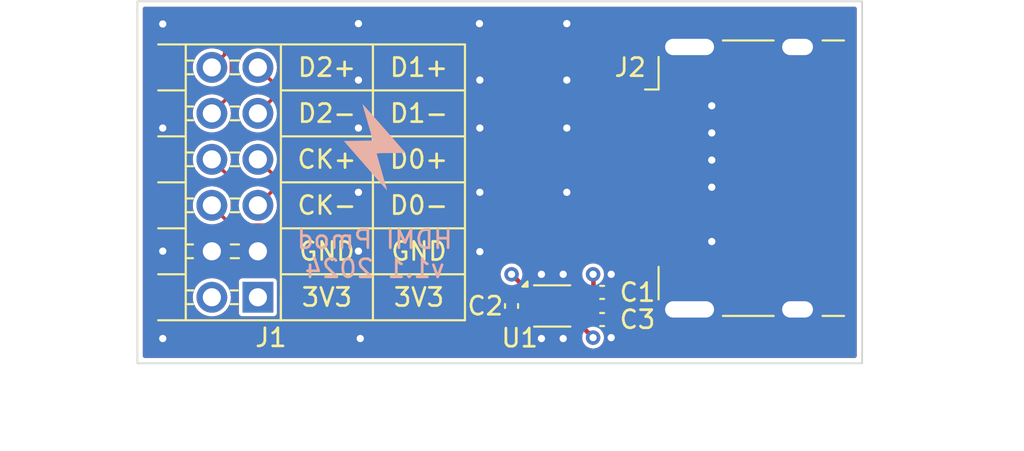
<source format=kicad_pcb>
(kicad_pcb (version 20240108) (generator "pcbnew") (generator_version "8.0")
  (title_block (title "HDMI Pmod") (date "2024-05-19") (rev "v1.1") (company "Spark Engineering"))
  (layers (0 "F.Cu" mixed) (1 "In1.Cu" power) (2 "In2.Cu" power) (31 "B.Cu" mixed) (34 "B.Paste" user) (35 "F.Paste" user) (36 "B.SilkS" user "B.Silkscreen") (37 "F.SilkS" user "F.Silkscreen") (38 "B.Mask" user) (39 "F.Mask" user) (44 "Edge.Cuts" user))
  (net 0 "")
  (net 1 "+3V3")
  (net 2 "GND")
  (net 3 "Net-(U1-C1+)")
  (net 4 "Net-(U1-C1-)")
  (net 5 "+5V")
  (net 6 "/D2+")
  (net 7 "/D2-")
  (net 8 "/D1+")
  (net 9 "/D1-")
  (net 10 "/D0+")
  (net 11 "/D0-")
  (net 12 "/CK+")
  (net 13 "/CK-")
  (footprint "Capacitor_SMD:C_0402_1005Metric" (layer "F.Cu") (at 172.95 96.48)
    (property "Reference" "C1" (at 1.95 0 0) (layer "F.SilkS"))
    (property "Value" "2.2µF")
    (fp_line (start -0.107836 -0.36) (end 0.107836 -0.36) (stroke (width 0.12)) (layer "F.SilkS"))
    (fp_line (start -0.107836 0.36) (end 0.107836 0.36) (stroke (width 0.12)) (layer "F.SilkS"))
    (pad "1" smd roundrect (at -0.48 0) (size 0.56 0.62) (layers "F.Cu" "F.Paste" "F.Mask") (net 1 "+3V3"))
    (pad "2" smd roundrect (at 0.48 0) (size 0.56 0.62) (layers "F.Cu" "F.Paste" "F.Mask") (net 2 "GND"))
  )
  (footprint "Package_SON:WSON-8-1EP_2x2mm_P0.5mm_EP0.9x1.6mm" (layer "F.Cu") (at 170.2 97.23)
    (property "Reference" "U1" (at -1.8 1.77 0) (layer "F.SilkS"))
    (property "Value" "LM2775DSG")
    (fp_line (start -1.01 -1.14) (end 0.99 -1.14) (stroke (width 0.12)) (layer "F.SilkS"))
    (fp_line (start -1 1.14) (end 1 1.14) (stroke (width 0.12)) (layer "F.SilkS"))
    (fp_poly (pts (xy -1.37 -1.07) (xy -1.65 -1.07) (xy -1.37 -1.35) (xy -1.37 -1.07)) (stroke (width 0.12)) (fill solid) (layer "F.SilkS"))
    (pad "1" smd roundrect (at -0.95 -0.75) (size 0.5 0.25) (layers "F.Cu" "F.Paste" "F.Mask") (net 1 "+3V3"))
    (pad "2" smd roundrect (at -0.95 -0.25) (size 0.5 0.25) (layers "F.Cu" "F.Paste" "F.Mask") (net 4 "Net-(U1-C1-)"))
    (pad "3" smd roundrect (at -0.95 0.25) (size 0.5 0.25) (layers "F.Cu" "F.Paste" "F.Mask") (net 3 "Net-(U1-C1+)"))
    (pad "4" smd roundrect (at -0.95 0.75) (size 0.5 0.25) (layers "F.Cu" "F.Paste" "F.Mask") (net 2 "GND"))
    (pad "5" smd roundrect (at 0.95 0.75) (size 0.5 0.25) (layers "F.Cu" "F.Paste" "F.Mask") (net 1 "+3V3"))
    (pad "6" smd roundrect (at 0.95 0.25) (size 0.5 0.25) (layers "F.Cu" "F.Paste" "F.Mask") (net 5 "+5V"))
    (pad "7" smd roundrect (at 0.95 -0.25) (size 0.5 0.25) (layers "F.Cu" "F.Paste" "F.Mask") (net 1 "+3V3"))
    (pad "8" smd roundrect (at 0.95 -0.75) (size 0.5 0.25) (layers "F.Cu" "F.Paste" "F.Mask") (net 2 "GND"))
    (pad "9" smd rect (at 0 0) (size 0.9 1.6) (layers "F.Cu" "F.Mask") (net 2 "GND"))
  )
  (footprint "hdmi-pmod:PinHeader_2x06_P2.54mm_Horizontal" (layer "F.Cu") (at 153.95 96.75 180)
    (property "Reference" "J1" (at -0.72 -2.23 180) (layer "F.SilkS"))
    (property "Value" "Conn_02x06_Odd_Even")
    (fp_line (start 5.5 -1.27) (end 3.98 -1.27) (stroke (width 0.12)) (layer "F.SilkS"))
    (fp_line (start 3.98 13.97) (end 5.5 13.97) (stroke (width 0.12)) (layer "F.SilkS"))
    (fp_line (start 3.98 11.43) (end 5.5 11.43) (stroke (width 0.12)) (layer "F.SilkS"))
    (fp_line (start 3.98 8.89) (end 5.5 8.89) (stroke (width 0.12)) (layer "F.SilkS"))
    (fp_line (start 3.98 6.35) (end 5.5 6.35) (stroke (width 0.12)) (layer "F.SilkS"))
    (fp_line (start 3.98 3.81) (end 5.5 3.81) (stroke (width 0.12)) (layer "F.SilkS"))
    (fp_line (start 3.98 1.27) (end 5.5 1.27) (stroke (width 0.12)) (layer "F.SilkS"))
    (fp_line (start 3.98 -1.27) (end 3.98 13.97) (stroke (width 0.12)) (layer "F.SilkS"))
    (fp_line (start 3.582929 13.08) (end 3.98 13.08) (stroke (width 0.12)) (layer "F.SilkS"))
    (fp_line (start 3.582929 12.32) (end 3.98 12.32) (stroke (width 0.12)) (layer "F.SilkS"))
    (fp_line (start 3.582929 10.54) (end 3.98 10.54) (stroke (width 0.12)) (layer "F.SilkS"))
    (fp_line (start 3.582929 9.78) (end 3.98 9.78) (stroke (width 0.12)) (layer "F.SilkS"))
    (fp_line (start 3.582929 8) (end 3.98 8) (stroke (width 0.12)) (layer "F.SilkS"))
    (fp_line (start 3.582929 7.24) (end 3.98 7.24) (stroke (width 0.12)) (layer "F.SilkS"))
    (fp_line (start 3.582929 5.46) (end 3.98 5.46) (stroke (width 0.12)) (layer "F.SilkS"))
    (fp_line (start 3.582929 4.7) (end 3.98 4.7) (stroke (width 0.12)) (layer "F.SilkS"))
    (fp_line (start 3.582929 2.92) (end 3.98 2.92) (stroke (width 0.12)) (layer "F.SilkS"))
    (fp_line (start 3.582929 2.16) (end 3.98 2.16) (stroke (width 0.12)) (layer "F.SilkS"))
    (fp_line (start 3.582929 0.38) (end 3.98 0.38) (stroke (width 0.12)) (layer "F.SilkS"))
    (fp_line (start 3.582929 -0.38) (end 3.98 -0.38) (stroke (width 0.12)) (layer "F.SilkS"))
    (fp_line (start 1.11 0.38) (end 1.497071 0.38) (stroke (width 0.12)) (layer "F.SilkS"))
    (fp_line (start 1.11 -0.38) (end 1.497071 -0.38) (stroke (width 0.12)) (layer "F.SilkS"))
    (fp_line (start 1.042929 13.08) (end 1.497071 13.08) (stroke (width 0.12)) (layer "F.SilkS"))
    (fp_line (start 1.042929 12.32) (end 1.497071 12.32) (stroke (width 0.12)) (layer "F.SilkS"))
    (fp_line (start 1.042929 10.54) (end 1.497071 10.54) (stroke (width 0.12)) (layer "F.SilkS"))
    (fp_line (start 1.042929 9.78) (end 1.497071 9.78) (stroke (width 0.12)) (layer "F.SilkS"))
    (fp_line (start 1.042929 8) (end 1.497071 8) (stroke (width 0.12)) (layer "F.SilkS"))
    (fp_line (start 1.042929 7.24) (end 1.497071 7.24) (stroke (width 0.12)) (layer "F.SilkS"))
    (fp_line (start 1.042929 5.46) (end 1.497071 5.46) (stroke (width 0.12)) (layer "F.SilkS"))
    (fp_line (start 1.042929 4.7) (end 1.497071 4.7) (stroke (width 0.12)) (layer "F.SilkS"))
    (fp_line (start 1.042929 2.92) (end 1.497071 2.92) (stroke (width 0.12)) (layer "F.SilkS"))
    (fp_line (start 1.042929 2.16) (end 1.497071 2.16) (stroke (width 0.12)) (layer "F.SilkS"))
    (fp_line (start -1.27 0) (end -1.27 -1.27) (stroke (width 0.12)) (layer "F.SilkS"))
    (pad "1" thru_hole rect (at 0 0 180) (size 1.7 1.7) (drill 1) (layers "*.Cu" "*.Mask") (net 1 "+3V3"))
    (pad "2" thru_hole oval (at 2.54 0 180) (size 1.7 1.7) (drill 1) (layers "*.Cu" "*.Mask") (net 1 "+3V3"))
    (pad "3" thru_hole oval (at 0 2.54 180) (size 1.7 1.7) (drill 1) (layers "*.Cu" "*.Mask") (net 2 "GND"))
    (pad "4" thru_hole oval (at 2.54 2.54 180) (size 1.7 1.7) (drill 1) (layers "*.Cu" "*.Mask") (net 2 "GND"))
    (pad "5" thru_hole oval (at 0 5.08 180) (size 1.7 1.7) (drill 1) (layers "*.Cu" "*.Mask") (net 11 "/D0-"))
    (pad "6" thru_hole oval (at 2.54 5.08 180) (size 1.7 1.7) (drill 1) (layers "*.Cu" "*.Mask") (net 13 "/CK-"))
    (pad "7" thru_hole oval (at 0 7.62 180) (size 1.7 1.7) (drill 1) (layers "*.Cu" "*.Mask") (net 10 "/D0+"))
    (pad "8" thru_hole oval (at 2.54 7.62 180) (size 1.7 1.7) (drill 1) (layers "*.Cu" "*.Mask") (net 12 "/CK+"))
    (pad "9" thru_hole oval (at 0 10.16 180) (size 1.7 1.7) (drill 1) (layers "*.Cu" "*.Mask") (net 9 "/D1-"))
    (pad "10" thru_hole oval (at 2.54 10.16 180) (size 1.7 1.7) (drill 1) (layers "*.Cu" "*.Mask") (net 7 "/D2-"))
    (pad "11" thru_hole oval (at 0 12.7 180) (size 1.7 1.7) (drill 1) (layers "*.Cu" "*.Mask") (net 8 "/D1+"))
    (pad "12" thru_hole oval (at 2.54 12.7 180) (size 1.7 1.7) (drill 1) (layers "*.Cu" "*.Mask") (net 6 "/D2+"))
  )
  (footprint "hdmi-pmod:HDMI_A_Molex_208658-1001_Horizontal" (layer "F.Cu") (at 180.3 90.17)
    (property "Reference" "J2" (at -5.8 -6.12 0) (layer "F.SilkS"))
    (property "Value" "HDMI_A")
    (fp_line (start -4.985 -4.9) (end -4.235 -4.9) (stroke (width 0.12)) (layer "F.SilkS"))
    (fp_line (start -4.235 -4.9) (end -4.235 -6.7) (stroke (width 0.12)) (layer "F.SilkS"))
    (fp_line (start -4.235 6.7) (end -4.235 4.9) (stroke (width 0.12)) (layer "F.SilkS"))
    (fp_line (start -0.685 -7.61) (end 2.115 -7.61) (stroke (width 0.12)) (layer "F.SilkS"))
    (fp_line (start -0.685 7.61) (end 2.115 7.61) (stroke (width 0.12)) (layer "F.SilkS"))
    (fp_line (start 4.815 -7.61) (end 6 -7.61) (stroke (width 0.12)) (layer "F.SilkS"))
    (fp_line (start 4.815 7.61) (end 6 7.61) (stroke (width 0.12)) (layer "F.SilkS"))
    (pad "1" smd rect (at -3.285 -4.5) (size 2.6 0.3) (layers "F.Cu" "F.Paste" "F.Mask") (net 6 "/D2+"))
    (pad "2" smd rect (at -3.285 -4) (size 2.6 0.3) (layers "F.Cu" "F.Paste" "F.Mask") (net 2 "GND"))
    (pad "3" smd rect (at -3.285 -3.5) (size 2.6 0.3) (layers "F.Cu" "F.Paste" "F.Mask") (net 7 "/D2-"))
    (pad "4" smd rect (at -3.285 -3) (size 2.6 0.3) (layers "F.Cu" "F.Paste" "F.Mask") (net 8 "/D1+"))
    (pad "5" smd rect (at -3.285 -2.5) (size 2.6 0.3) (layers "F.Cu" "F.Paste" "F.Mask") (net 2 "GND"))
    (pad "6" smd rect (at -3.285 -2) (size 2.6 0.3) (layers "F.Cu" "F.Paste" "F.Mask") (net 9 "/D1-"))
    (pad "7" smd rect (at -3.285 -1.5) (size 2.6 0.3) (layers "F.Cu" "F.Paste" "F.Mask") (net 10 "/D0+"))
    (pad "8" smd rect (at -3.285 -1) (size 2.6 0.3) (layers "F.Cu" "F.Paste" "F.Mask") (net 2 "GND"))
    (pad "9" smd rect (at -3.285 -0.5) (size 2.6 0.3) (layers "F.Cu" "F.Paste" "F.Mask") (net 11 "/D0-"))
    (pad "10" smd rect (at -3.285 0) (size 2.6 0.3) (layers "F.Cu" "F.Paste" "F.Mask") (net 12 "/CK+"))
    (pad "11" smd rect (at -3.285 0.5) (size 2.6 0.3) (layers "F.Cu" "F.Paste" "F.Mask") (net 2 "GND"))
    (pad "12" smd rect (at -3.285 1) (size 2.6 0.3) (layers "F.Cu" "F.Paste" "F.Mask") (net 13 "/CK-"))
    (pad "13" smd rect (at -3.285 1.5) (size 2.6 0.3) (layers "F.Cu" "F.Paste" "F.Mask"))
    (pad "14" smd rect (at -3.285 2) (size 2.6 0.3) (layers "F.Cu" "F.Paste" "F.Mask"))
    (pad "15" smd rect (at -3.285 2.5) (size 2.6 0.3) (layers "F.Cu" "F.Paste" "F.Mask"))
    (pad "16" smd rect (at -3.285 3) (size 2.6 0.3) (layers "F.Cu" "F.Paste" "F.Mask"))
    (pad "17" smd rect (at -3.285 3.5) (size 2.6 0.3) (layers "F.Cu" "F.Paste" "F.Mask") (net 2 "GND"))
    (pad "18" smd rect (at -3.285 4) (size 2.6 0.3) (layers "F.Cu" "F.Paste" "F.Mask") (net 5 "+5V"))
    (pad "19" smd rect (at -3.285 4.5) (size 2.6 0.3) (layers "F.Cu" "F.Paste" "F.Mask"))
    (pad "SH" thru_hole oval (at -2.525 -7.25) (size 3.3 1.5) (drill oval 2.7 0.9) (layers "*.Cu" "*.Mask") (net 2 "GND"))
    (pad "SH" thru_hole oval (at -2.525 7.25) (size 3.3 1.5) (drill oval 2.7 0.9) (layers "*.Cu" "*.Mask") (net 2 "GND"))
    (pad "SH" thru_hole oval (at 3.435 -7.25) (size 2.3 1.5) (drill oval 1.7 0.9) (layers "*.Cu" "*.Mask") (net 2 "GND"))
    (pad "SH" thru_hole oval (at 3.435 7.25) (size 2.3 1.5) (drill oval 1.7 0.9) (layers "*.Cu" "*.Mask") (net 2 "GND"))
  )
  (footprint "Capacitor_SMD:C_0402_1005Metric" (layer "F.Cu") (at 172.95 97.98)
    (property "Reference" "C3" (at 1.95 0 0) (layer "F.SilkS"))
    (property "Value" "2.2µF")
    (fp_line (start -0.107836 -0.36) (end 0.107836 -0.36) (stroke (width 0.12)) (layer "F.SilkS"))
    (fp_line (start -0.107836 0.36) (end 0.107836 0.36) (stroke (width 0.12)) (layer "F.SilkS"))
    (pad "1" smd roundrect (at -0.48 0) (size 0.56 0.62) (layers "F.Cu" "F.Paste" "F.Mask") (net 5 "+5V"))
    (pad "2" smd roundrect (at 0.48 0) (size 0.56 0.62) (layers "F.Cu" "F.Paste" "F.Mask") (net 2 "GND"))
  )
  (footprint "Capacitor_SMD:C_0402_1005Metric" (layer "F.Cu") (at 167.95 97.23 90)
    (property "Reference" "C2" (at 0 -1.45 0) (layer "F.SilkS"))
    (property "Value" "1µF")
    (fp_line (start -0.107836 -0.36) (end 0.107836 -0.36) (stroke (width 0.12)) (layer "F.SilkS"))
    (fp_line (start -0.107836 0.36) (end 0.107836 0.36) (stroke (width 0.12)) (layer "F.SilkS"))
    (pad "1" smd roundrect (at -0.48 0 90) (size 0.56 0.62) (layers "F.Cu" "F.Paste" "F.Mask") (net 3 "Net-(U1-C1+)"))
    (pad "2" smd roundrect (at 0.48 0 90) (size 0.56 0.62) (layers "F.Cu" "F.Paste" "F.Mask") (net 4 "Net-(U1-C1-)"))
  )
  (footprint "hdmi-pmod:spark-engineering" (layer "B.Cu") (at 160.541884 88.446164 180)
    (property "Reference" "REF**" (hide yes))
    (property "Value" "spark-engineering")
    (fp_poly (pts (xy 0.821053 2.376731) (xy 0.814365 2.349762) (xy 0.795466 2.280816) (xy 0.765758 2.174827) (xy 0.726642 2.03673) (xy 0.679517 1.871459) (xy 0.625784 1.683948) (xy 0.566845 1.479132) (xy 0.531153 1.355481) (xy 0.241787 0.354135) (xy 1.045048 0.341923) (xy 1.848309 0.329712) (xy 0.697824 -0.989135) (xy 0.467856 -1.252739) (xy 0.267929 -1.481836) (xy 0.095978 -1.678734) (xy -0.050059 -1.845741) (xy -0.172247 -1.985164) (xy -0.272648 -2.099311) (xy -0.353326 -2.190489) (xy -0.416345 -2.261006) (xy -0.463768 -2.313171) (xy -0.497658 -2.349289) (xy -0.520079 -2.371671) (xy -0.533094 -2.382622) (xy -0.538767 -2.384451) (xy -0.53916 -2.379465) (xy -0.536338 -2.369973) (xy -0.536019 -2.369038) (xy -0.526783 -2.338202) (xy -0.505707 -2.265571) (xy -0.474277 -2.156342) (xy -0.433983 -2.015711) (xy -0.386313 -1.848877) (xy -0.332755 -1.661037) (xy -0.274797 -1.457386) (xy -0.252773 -1.379904) (xy -0.193539 -1.171499) (xy -0.138165 -0.976765) (xy -0.08814 -0.800939) (xy -0.044958 -0.649257) (xy -0.010109 -0.526959) (xy 0.014917 -0.43928) (xy 0.028627 -0.391458) (xy 0.030509 -0.384995) (xy 0.031261 -0.373388) (xy 0.022687 -0.36403) (xy 0 -0.356624) (xy -0.04159 -0.350875) (xy -0.106869 -0.346487) (xy -0.200628 -0.343165) (xy -0.327654 -0.340613) (xy -0.492737 -0.338535) (xy -0.700663 -0.336636) (xy -0.760706 -0.336148) (xy -1.564542 -0.329712) (xy -0.371477 1.033462) (xy -0.178928 1.253213) (xy 0.003979 1.461467) (xy 0.174752 1.655419) (xy 0.330898 1.83226) (xy 0.469926 1.989183) (xy 0.589342 2.123382) (xy 0.686655 2.232048) (xy 0.759372 2.312374) (xy 0.805001 2.361554) (xy 0.82105 2.376779)) (fill solid) (layer "B.SilkS"))
  )
  (gr_line (start 155.22 95.48) (end 165.38 95.48) (stroke (width 0.12)) (layer "F.SilkS"))
  (gr_line (start 165.38 98.02) (end 165.38 82.78) (stroke (width 0.12)) (layer "F.SilkS"))
  (gr_line (start 155.22 82.78) (end 155.22 98.02) (stroke (width 0.12)) (layer "F.SilkS"))
  (gr_line (start 149.97 82.78) (end 165.38 82.78) (stroke (width 0.12)) (layer "F.SilkS"))
  (gr_line (start 155.22 87.86) (end 165.38 87.86) (stroke (width 0.12)) (layer "F.SilkS"))
  (gr_line (start 160.3 82.78) (end 160.3 98.02) (stroke (width 0.12)) (layer "F.SilkS"))
  (gr_line (start 155.22 92.94) (end 165.38 92.94) (stroke (width 0.12)) (layer "F.SilkS"))
  (gr_line (start 149.97 98.02) (end 165.38 98.02) (stroke (width 0.12)) (layer "F.SilkS"))
  (gr_line (start 155.22 90.4) (end 165.38 90.4) (stroke (width 0.12)) (layer "F.SilkS"))
  (gr_line (start 155.22 85.32) (end 165.38 85.32) (stroke (width 0.12)) (layer "F.SilkS"))
  (gr_rect (start 147.3 80.4) (end 187.3 100.4) (stroke (width 0.1)) (fill none) (layer "Edge.Cuts"))
  (gr_text "HDMI Pmod\n${REVISION} 2024" (at 160.4 95.75 0) (layer "B.SilkS") (effects (font (size 1 1)) (justify bottom mirror)))
  (gr_text "D0+" (at 162.84 89.13 0) (layer "F.SilkS") (effects (font (size 1 1))))
  (gr_text "D1+" (at 162.84 84.05 0) (layer "F.SilkS") (effects (font (size 1 1))))
  (gr_text "CK+" (at 157.76 89.13 0) (layer "F.SilkS") (effects (font (size 1 1))))
  (gr_text "3V3" (at 162.84 96.75 0) (layer "F.SilkS") (effects (font (size 1 1))))
  (gr_text "3V3" (at 157.76 96.75 0) (layer "F.SilkS") (effects (font (size 1 1))))
  (gr_text "GND" (at 157.76 94.21 0) (layer "F.SilkS") (effects (font (size 1 1))))
  (gr_text "D2+" (at 157.76 84.05 0) (layer "F.SilkS") (effects (font (size 1 1))))
  (gr_text "GND" (at 162.84 94.21 0) (layer "F.SilkS") (effects (font (size 1 1))))
  (gr_text "CK-" (at 157.76 91.67 0) (layer "F.SilkS") (effects (font (size 1 1))))
  (gr_text "D2-" (at 157.76 86.59 0) (layer "F.SilkS") (effects (font (size 1 1))))
  (gr_text "D1-" (at 162.84 86.59 0) (layer "F.SilkS") (effects (font (size 1 1))))
  (gr_text "D0-" (at 162.84 91.67 0) (layer "F.SilkS") (effects (font (size 1 1))))
  (segment (start 171.15 96.98) (end 171.97 96.98) (width 0.25) (layer "F.Cu") (net 1))
  (segment (start 172.47 95.5) (end 172.45 95.48) (width 0.25) (layer "F.Cu") (net 1))
  (segment (start 168.95 96.48) (end 167.95 95.48) (width 0.25) (layer "F.Cu") (net 1))
  (segment (start 169.25 96.48) (end 168.95 96.48) (width 0.25) (layer "F.Cu") (net 1))
  (segment (start 171.97 96.98) (end 172.47 96.48) (width 0.25) (layer "F.Cu") (net 1))
  (segment (start 171.45 97.98) (end 172.45 98.98) (width 0.25) (layer "F.Cu") (net 1))
  (segment (start 172.47 96.48) (end 172.47 95.5) (width 0.25) (layer "F.Cu") (net 1))
  (segment (start 171.15 97.98) (end 171.45 97.98) (width 0.25) (layer "F.Cu") (net 1))
  (via (at 167.95 95.48) (size 0.8) (drill 0.4) (layers "F.Cu" "B.Cu") (net 1))
  (via (at 172.45 98.98) (size 0.8) (drill 0.4) (layers "F.Cu" "B.Cu") (net 1))
  (via (at 172.45 95.48) (size 0.8) (drill 0.4) (layers "F.Cu" "B.Cu") (net 1))
  (segment (start 173.43 95.5) (end 173.45 95.48) (width 0.25) (layer "F.Cu") (net 2))
  (segment (start 173.43 97.98) (end 173.43 98.96) (width 0.25) (layer "F.Cu") (net 2))
  (segment (start 173.43 96.48) (end 173.43 95.5) (width 0.25) (layer "F.Cu") (net 2))
  (segment (start 173.43 98.96) (end 173.45 98.98) (width 0.25) (layer "F.Cu") (net 2))
  (via (at 179 86.17) (size 0.8) (drill 0.4) (layers "F.Cu" "B.Cu") (net 2))
  (via (at 166.2 94.23) (size 0.8) (drill 0.4) (layers "F.Cu" "B.Cu") (net 2))
  (via (at 166.2 84.75) (size 0.8) (drill 0.4) (layers "F.Cu" "B.Cu") (net 2))
  (via (at 148.7 81.65) (size 0.8) (drill 0.4) (layers "F.Cu" "B.Cu") (net 2))
  (via (at 179 90.67) (size 0.8) (drill 0.4) (layers "F.Cu" "B.Cu") (net 2))
  (via (at 159.5 94.2) (size 0.8) (drill 0.4) (layers "F.Cu" "B.Cu") (net 2))
  (via (at 166.2 90.95) (size 0.8) (drill 0.4) (layers "F.Cu" "B.Cu") (net 2))
  (via (at 179 87.67) (size 0.8) (drill 0.4) (layers "F.Cu" "B.Cu") (net 2))
  (via (at 159.5 84.75) (size 0.8) (drill 0.4) (layers "F.Cu" "B.Cu") (net 2))
  (via (at 179 89.17) (size 0.8) (drill 0.4) (layers "F.Cu" "B.Cu") (net 2))
  (via (at 169.6 95.48) (size 0.8) (drill 0.4) (layers "F.Cu" "B.Cu") (net 2))
  (via (at 166.18 81.63) (size 0.8) (drill 0.4) (layers "F.Cu" "B.Cu") (net 2))
  (via (at 148.7 94.2) (size 0.8) (drill 0.4) (layers "F.Cu" "B.Cu") (net 2))
  (via (at 179 93.67) (size 0.8) (drill 0.4) (layers "F.Cu" "B.Cu") (net 2))
  (via (at 173.45 98.98) (size 0.8) (drill 0.4) (layers "F.Cu" "B.Cu") (net 2))
  (via (at 159.5 87.4) (size 0.8) (drill 0.4) (layers "F.Cu" "B.Cu") (net 2))
  (via (at 171 90.95) (size 0.8) (drill 0.4) (layers "F.Cu" "B.Cu") (net 2))
  (via (at 148.7 99.03) (size 0.8) (drill 0.4) (layers "F.Cu" "B.Cu") (net 2))
  (via (at 166.2 87.4) (size 0.8) (drill 0.4) (layers "F.Cu" "B.Cu") (net 2))
  (via (at 159.5 90.95) (size 0.8) (drill 0.4) (layers "F.Cu" "B.Cu") (net 2))
  (via (at 171 81.63) (size 0.8) (drill 0.4) (layers "F.Cu" "B.Cu") (net 2))
  (via (at 171 84.75) (size 0.8) (drill 0.4) (layers "F.Cu" "B.Cu") (net 2))
  (via (at 173.45 95.48) (size 0.8) (drill 0.4) (layers "F.Cu" "B.Cu") (net 2))
  (via (at 148.7 87.4) (size 0.8) (drill 0.4) (layers "F.Cu" "B.Cu") (net 2))
  (via (at 169.6 99.03) (size 0.8) (drill 0.4) (layers "F.Cu" "B.Cu") (net 2))
  (via (at 170.8 99.03) (size 0.8) (drill 0.4) (layers "F.Cu" "B.Cu") (net 2))
  (via (at 159.6 99.03) (size 0.8) (drill 0.4) (layers "F.Cu" "B.Cu") (net 2))
  (via (at 171 87.4) (size 0.8) (drill 0.4) (layers "F.Cu" "B.Cu") (net 2))
  (via (at 159.5 81.63) (size 0.8) (drill 0.4) (layers "F.Cu" "B.Cu") (net 2))
  (via (at 170.8 95.48) (size 0.8) (drill 0.4) (layers "F.Cu" "B.Cu") (net 2))
  (segment (start 168.7 97.48) (end 168.45 97.73) (width 0.25) (layer "F.Cu") (net 3))
  (segment (start 167.97 97.73) (end 167.95 97.71) (width 0.25) (layer "F.Cu") (net 3))
  (segment (start 168.45 97.73) (end 167.97 97.73) (width 0.25) (layer "F.Cu") (net 3))
  (segment (start 169.25 97.48) (end 168.7 97.48) (width 0.25) (layer "F.Cu") (net 3))
  (segment (start 168.45 96.73) (end 167.97 96.73) (width 0.25) (layer "F.Cu") (net 4))
  (segment (start 168.7 96.98) (end 168.45 96.73) (width 0.25) (layer "F.Cu") (net 4))
  (segment (start 169.25 96.98) (end 168.7 96.98) (width 0.25) (layer "F.Cu") (net 4))
  (segment (start 167.97 96.73) (end 167.95 96.75) (width 0.25) (layer "F.Cu") (net 4))
  (segment (start 174.07 97.23) (end 173.2 97.23) (width 0.25) (layer "F.Cu") (net 5))
  (segment (start 177.015 94.17) (end 175.43 94.17) (width 0.25) (layer "F.Cu") (net 5))
  (segment (start 171.97 97.48) (end 172.47 97.98) (width 0.25) (layer "F.Cu") (net 5))
  (segment (start 171.15 97.48) (end 171.97 97.48) (width 0.25) (layer "F.Cu") (net 5))
  (segment (start 173.2 97.23) (end 172.47 97.96) (width 0.25) (layer "F.Cu") (net 5))
  (segment (start 174.8 94.8) (end 174.8 96.5) (width 0.25) (layer "F.Cu") (net 5))
  (segment (start 175.43 94.17) (end 174.8 94.8) (width 0.25) (layer "F.Cu") (net 5))
  (segment (start 172.47 97.96) (end 172.47 97.98) (width 0.25) (layer "F.Cu") (net 5))
  (segment (start 174.8 96.5) (end 174.07 97.23) (width 0.25) (layer "F.Cu") (net 5))
  (segment (start 156.52663 82.515) (end 155.57663 81.565) (width 0.19) (layer "F.Cu") (net 6))
  (segment (start 165.756869 83.09) (end 165.10163 83.09) (width 0.19) (layer "F.Cu") (net 6))
  (segment (start 162.8 82.037425) (end 162.8 82.215) (width 0.19) (layer "F.Cu") (net 6))
  (segment (start 167.88 83.09) (end 165.756869 83.09) (width 0.19) (layer "F.Cu") (net 6))
  (segment (start 152.115 83.345) (end 151.41 84.05) (width 0.19) (layer "F.Cu") (net 6))
  (segment (start 155.57663 81.565) (end 152.72337 81.565) (width 0.19) (layer "F.Cu") (net 6))
  (segment (start 163.4 82.215) (end 163.4 82.037425) (width 0.19) (layer "F.Cu") (net 6))
  (segment (start 175.064999 85.67) (end 174.749999 85.985) (width 0.19) (layer "F.Cu") (net 6))
  (segment (start 170.95163 83.09) (end 169.25 83.09) (width 0.19) (layer "F.Cu") (net 6))
  (segment (start 159.45 82.515) (end 156.52663 82.515) (width 0.19) (layer "F.Cu") (net 6))
  (segment (start 165.10163 83.09) (end 164.52663 82.515) (width 0.19) (layer "F.Cu") (net 6))
  (segment (start 177.015 85.67) (end 175.064999 85.67) (width 0.19) (layer "F.Cu") (net 6))
  (segment (start 162.2 82.215) (end 162.2 82.037425) (width 0.19) (layer "F.Cu") (net 6))
  (segment (start 169.0925 82.9325) (end 169.0925 82.504581) (width 0.19) (layer "F.Cu") (net 6))
  (segment (start 173.84663 85.985) (end 170.95163 83.09) (width 0.19) (layer "F.Cu") (net 6))
  (segment (start 152.72337 81.565) (end 152.115 82.17337) (width 0.19) (layer "F.Cu") (net 6))
  (segment (start 174.749999 85.985) (end 173.84663 85.985) (width 0.19) (layer "F.Cu") (net 6))
  (segment (start 161.3 82.515) (end 159.45 82.515) (width 0.19) (layer "F.Cu") (net 6))
  (segment (start 164.52663 82.515) (end 163.7 82.515) (width 0.19) (layer "F.Cu") (net 6))
  (segment (start 168.0375 82.504581) (end 168.0375 82.9325) (width 0.19) (layer "F.Cu") (net 6))
  (segment (start 161.6 82.037425) (end 161.6 82.215) (width 0.19) (layer "F.Cu") (net 6))
  (segment (start 152.115 82.17337) (end 152.115 83.345) (width 0.19) (layer "F.Cu") (net 6))
  (arc (start 161.6 82.215) (mid 161.512132 82.427132) (end 161.3 82.515) (width 0.19) (layer "F.Cu") (net 6))
  (arc (start 163.1 81.737425) (mid 162.887868 81.825293) (end 162.8 82.037425) (width 0.19) (layer "F.Cu") (net 6))
  (arc (start 162.8 82.215) (mid 162.712132 82.427132) (end 162.5 82.515) (width 0.19) (layer "F.Cu") (net 6))
  (arc (start 161.9 81.737425) (mid 161.687868 81.825293) (end 161.6 82.037425) (width 0.19) (layer "F.Cu") (net 6))
  (arc (start 162.5 82.515) (mid 162.287868 82.427132) (end 162.2 82.215) (width 0.19) (layer "F.Cu") (net 6))
  (arc (start 169.0925 82.504581) (mid 168.937999 82.131582) (end 168.565 81.977081) (width 0.19) (layer "F.Cu") (net 6))
  (arc (start 163.7 82.515) (mid 163.487868 82.427132) (end 163.4 82.215) (width 0.19) (layer "F.Cu") (net 6))
  (arc (start 168.0375 82.9325) (mid 167.991369 83.043869) (end 167.88 83.09) (width 0.19) (layer "F.Cu") (net 6))
  (arc (start 162.2 82.037425) (mid 162.112132 81.825293) (end 161.9 81.737425) (width 0.19) (layer "F.Cu") (net 6))
  (arc (start 168.565 81.977081) (mid 168.192001 82.131582) (end 168.0375 82.504581) (width 0.19) (layer "F.Cu") (net 6))
  (arc (start 163.4 82.037425) (mid 163.312132 81.825293) (end 163.1 81.737425) (width 0.19) (layer "F.Cu") (net 6))
  (arc (start 169.25 83.09) (mid 169.138631 83.043869) (end 169.0925 82.9325) (width 0.19) (layer "F.Cu") (net 6))
  (segment (start 167.88 83.46) (end 165.756869 83.46) (width 0.19) (layer "F.Cu") (net 7))
  (segment (start 175.064999 86.67) (end 174.749999 86.355) (width 0.19) (layer "F.Cu") (net 7))
  (segment (start 152.485 85.515) (end 151.41 86.59) (width 0.19) (layer "F.Cu") (net 7))
  (segment (start 155.42337 81.935) (end 152.87663 81.935) (width 0.19) (layer "F.Cu") (net 7))
  (segment (start 174.749999 86.355) (end 173.69337 86.355) (width 0.19) (layer "F.Cu") (net 7))
  (segment (start 152.87663 81.935) (end 152.485 82.32663) (width 0.19) (layer "F.Cu") (net 7))
  (segment (start 156.37337 82.885) (end 155.42337 81.935) (width 0.19) (layer "F.Cu") (net 7))
  (segment (start 170.79837 83.46) (end 169.25 83.46) (width 0.19) (layer "F.Cu") (net 7))
  (segment (start 168.7225 82.9325) (end 168.7225 82.504581) (width 0.19) (layer "F.Cu") (net 7))
  (segment (start 168.4075 82.504581) (end 168.4075 82.9325) (width 0.19) (layer "F.Cu") (net 7))
  (segment (start 164.37337 82.885) (end 156.37337 82.885) (width 0.19) (layer "F.Cu") (net 7))
  (segment (start 164.94837 83.46) (end 164.37337 82.885) (width 0.19) (layer "F.Cu") (net 7))
  (segment (start 152.485 82.32663) (end 152.485 85.515) (width 0.19) (layer "F.Cu") (net 7))
  (segment (start 177.015 86.67) (end 175.064999 86.67) (width 0.19) (layer "F.Cu") (net 7))
  (segment (start 165.756869 83.46) (end 164.94837 83.46) (width 0.19) (layer "F.Cu") (net 7))
  (segment (start 173.69337 86.355) (end 170.79837 83.46) (width 0.19) (layer "F.Cu") (net 7))
  (arc (start 169.25 83.46) (mid 168.877001 83.305499) (end 168.7225 82.9325) (width 0.19) (layer "F.Cu") (net 7))
  (arc (start 168.565 82.347081) (mid 168.453631 82.393212) (end 168.4075 82.504581) (width 0.19) (layer "F.Cu") (net 7))
  (arc (start 168.4075 82.9325) (mid 168.252999 83.305499) (end 167.88 83.46) (width 0.19) (layer "F.Cu") (net 7))
  (arc (start 168.7225 82.504581) (mid 168.676369 82.393212) (end 168.565 82.347081) (width 0.19) (layer "F.Cu") (net 7))
  (segment (start 174.749999 87.485) (end 172.74663 87.485) (width 0.19) (layer "F.Cu") (net 8))
  (segment (start 161.8525 86.46) (end 161.8525 85.604859) (width 0.19) (layer "F.Cu") (net 8))
  (segment (start 171.35163 86.09) (end 164.75 86.09) (width 0.19) (layer "F.Cu") (net 8))
  (segment (start 163.5375 85.9325) (end 163.5375 86.945127) (width 0.19) (layer "F.Cu") (net 8))
  (segment (start 161.8525 86.945127) (end 161.8525 86.46) (width 0.19) (layer "F.Cu") (net 8))
  (segment (start 158.17663 85.115) (end 155.015 85.115) (width 0.19) (layer "F.Cu") (net 8))
  (segment (start 163.2225 86.46) (end 163.2225 85.604873) (width 0.19) (layer "F.Cu") (net 8))
  (segment (start 159.15163 86.09) (end 158.17663 85.115) (width 0.19) (layer "F.Cu") (net 8))
  (segment (start 155.015 85.115) (end 153.95 84.05) (width 0.19) (layer "F.Cu") (net 8))
  (segment (start 160.64 86.09) (end 159.15163 86.09) (width 0.19) (layer "F.Cu") (net 8))
  (segment (start 163.2225 86.945127) (end 163.2225 86.46) (width 0.19) (layer "F.Cu") (net 8))
  (segment (start 160.7975 85.604859) (end 160.7975 85.9325) (width 0.19) (layer "F.Cu") (net 8))
  (segment (start 172.74663 87.485) (end 171.35163 86.09) (width 0.19) (layer "F.Cu") (net 8))
  (segment (start 175.064999 87.17) (end 174.749999 87.485) (width 0.19) (layer "F.Cu") (net 8))
  (segment (start 162.1675 86.09) (end 162.1675 86.945127) (width 0.19) (layer "F.Cu") (net 8))
  (segment (start 163.5375 85.604859) (end 163.5375 85.9325) (width 0.19) (layer "F.Cu") (net 8))
  (segment (start 164.5925 85.9325) (end 164.5925 85.604859) (width 0.19) (layer "F.Cu") (net 8))
  (segment (start 162.1675 85.604873) (end 162.1675 86.09) (width 0.19) (layer "F.Cu") (net 8))
  (segment (start 177.015 87.17) (end 175.064999 87.17) (width 0.19) (layer "F.Cu") (net 8))
  (arc (start 162.1675 86.945127) (mid 162.121369 87.056496) (end 162.01 87.102627) (width 0.19) (layer "F.Cu") (net 8))
  (arc (start 163.5375 86.945127) (mid 163.491369 87.056496) (end 163.38 87.102627) (width 0.19) (layer "F.Cu") (net 8))
  (arc (start 163.2225 85.604873) (mid 163.067999 85.231874) (end 162.695 85.077373) (width 0.19) (layer "F.Cu") (net 8))
  (arc (start 164.75 86.09) (mid 164.638631 86.043869) (end 164.5925 85.9325) (width 0.19) (layer "F.Cu") (net 8))
  (arc (start 162.01 87.102627) (mid 161.898631 87.056496) (end 161.8525 86.945127) (width 0.19) (layer "F.Cu") (net 8))
  (arc (start 164.065 85.077359) (mid 163.692001 85.23186) (end 163.5375 85.604859) (width 0.19) (layer "F.Cu") (net 8))
  (arc (start 160.7975 85.9325) (mid 160.751369 86.043869) (end 160.64 86.09) (width 0.19) (layer "F.Cu") (net 8))
  (arc (start 161.8525 85.604859) (mid 161.697999 85.23186) (end 161.325 85.077359) (width 0.19) (layer "F.Cu") (net 8))
  (arc (start 161.325 85.077359) (mid 160.952001 85.23186) (end 160.7975 85.604859) (width 0.19) (layer "F.Cu") (net 8))
  (arc (start 163.38 87.102627) (mid 163.268631 87.056496) (end 163.2225 86.945127) (width 0.19) (layer "F.Cu") (net 8))
  (arc (start 162.695 85.077373) (mid 162.322001 85.231874) (end 162.1675 85.604873) (width 0.19) (layer "F.Cu") (net 8))
  (arc (start 164.5925 85.604859) (mid 164.437999 85.23186) (end 164.065 85.077359) (width 0.19) (layer "F.Cu") (net 8))
  (segment (start 164.2225 85.9325) (end 164.2225 85.604859) (width 0.19) (layer "F.Cu") (net 9))
  (segment (start 162.5375 85.604873) (end 162.5375 86.09) (width 0.19) (layer "F.Cu") (net 9))
  (segment (start 155.05 85.485) (end 155.05 85.49) (width 0.19) (layer "F.Cu") (net 9))
  (segment (start 162.5375 86.09) (end 162.5375 86.945127) (width 0.19) (layer "F.Cu") (net 9))
  (segment (start 177.015 88.17) (end 175.064999 88.17) (width 0.19) (layer "F.Cu") (net 9))
  (segment (start 161.1675 85.604859) (end 161.1675 85.9325) (width 0.19) (layer "F.Cu") (net 9))
  (segment (start 163.9075 85.604859) (end 163.9075 85.9325) (width 0.19) (layer "F.Cu") (net 9))
  (segment (start 162.8525 86.46) (end 162.8525 85.604873) (width 0.19) (layer "F.Cu") (net 9))
  (segment (start 158.02337 85.485) (end 155.05 85.485) (width 0.19) (layer "F.Cu") (net 9))
  (segment (start 158.99837 86.46) (end 158.02337 85.485) (width 0.19) (layer "F.Cu") (net 9))
  (segment (start 163.9075 85.9325) (end 163.9075 86.945127) (width 0.19) (layer "F.Cu") (net 9))
  (segment (start 160.64 86.46) (end 158.99837 86.46) (width 0.19) (layer "F.Cu") (net 9))
  (segment (start 155.05 85.49) (end 153.95 86.59) (width 0.19) (layer "F.Cu") (net 9))
  (segment (start 172.59337 87.855) (end 171.19837 86.46) (width 0.19) (layer "F.Cu") (net 9))
  (segment (start 161.4825 86.46) (end 161.4825 85.604859) (width 0.19) (layer "F.Cu") (net 9))
  (segment (start 161.4825 86.945127) (end 161.4825 86.46) (width 0.19) (layer "F.Cu") (net 9))
  (segment (start 162.8525 86.945127) (end 162.8525 86.46) (width 0.19) (layer "F.Cu") (net 9))
  (segment (start 171.19837 86.46) (end 164.75 86.46) (width 0.19) (layer "F.Cu") (net 9))
  (segment (start 174.749999 87.855) (end 172.59337 87.855) (width 0.19) (layer "F.Cu") (net 9))
  (segment (start 175.064999 88.17) (end 174.749999 87.855) (width 0.19) (layer "F.Cu") (net 9))
  (arc (start 162.695 85.447373) (mid 162.583631 85.493504) (end 162.5375 85.604873) (width 0.19) (layer "F.Cu") (net 9))
  (arc (start 161.325 85.447359) (mid 161.213631 85.49349) (end 161.1675 85.604859) (width 0.19) (layer "F.Cu") (net 9))
  (arc (start 161.4825 85.604859) (mid 161.436369 85.49349) (end 161.325 85.447359) (width 0.19) (layer "F.Cu") (net 9))
  (arc (start 164.2225 85.604859) (mid 164.176369 85.49349) (end 164.065 85.447359) (width 0.19) (layer "F.Cu") (net 9))
  (arc (start 163.38 87.472627) (mid 163.007001 87.318126) (end 162.8525 86.945127) (width 0.19) (layer "F.Cu") (net 9))
  (arc (start 162.5375 86.945127) (mid 162.382999 87.318126) (end 162.01 87.472627) (width 0.19) (layer "F.Cu") (net 9))
  (arc (start 162.01 87.472627) (mid 161.637001 87.318126) (end 161.4825 86.945127) (width 0.19) (layer "F.Cu") (net 9))
  (arc (start 163.9075 86.945127) (mid 163.752999 87.318126) (end 163.38 87.472627) (width 0.19) (layer "F.Cu") (net 9))
  (arc (start 162.8525 85.604873) (mid 162.806369 85.493504) (end 162.695 85.447373) (width 0.19) (layer "F.Cu") (net 9))
  (arc (start 164.065 85.447359) (mid 163.953631 85.49349) (end 163.9075 85.604859) (width 0.19) (layer "F.Cu") (net 9))
  (arc (start 161.1675 85.9325) (mid 161.012999 86.305499) (end 160.64 86.46) (width 0.19) (layer "F.Cu") (net 9))
  (arc (start 164.75 86.46) (mid 164.377001 86.305499) (end 164.2225 85.9325) (width 0.19) (layer "F.Cu") (net 9))
  (segment (start 169.0875 88.806546) (end 169.0875 89.1825) (width 0.19) (layer "F.Cu") (net 10))
  (segment (start 169.0875 89.1825) (end 169.0875 90.243454) (width 0.19) (layer "F.Cu") (net 10))
  (segment (start 166.19 89.34) (end 162.531224 89.34) (width 0.19) (layer "F.Cu") (net 10))
  (segment (start 158.22337 90.215) (end 155.035 90.215) (width 0.19) (layer "F.Cu") (net 10))
  (segment (start 159.09837 89.34) (end 158.22337 90.215) (width 0.19) (layer "F.Cu") (net 10))
  (segment (start 168.7725 89.71) (end 168.7725 88.806546) (width 0.19) (layer "F.Cu") (net 10))
  (segment (start 166.3475 88.806546) (end 166.3475 89.1825) (width 0.19) (layer "F.Cu") (net 10))
  (segment (start 162.531224 89.34) (end 159.09837 89.34) (width 0.19) (layer "F.Cu") (net 10))
  (segment (start 155.035 90.215) (end 153.95 89.13) (width 0.19) (layer "F.Cu") (net 10))
  (segment (start 171.35337 88.985) (end 170.99837 89.34) (width 0.19) (layer "F.Cu") (net 10))
  (segment (start 175.064999 88.67) (end 174.749999 88.985) (width 0.19) (layer "F.Cu") (net 10))
  (segment (start 177.015 88.67) (end 175.064999 88.67) (width 0.19) (layer "F.Cu") (net 10))
  (segment (start 167.4025 89.71) (end 167.4025 88.806546) (width 0.19) (layer "F.Cu") (net 10))
  (segment (start 170.1425 89.1825) (end 170.1425 88.806546) (width 0.19) (layer "F.Cu") (net 10))
  (segment (start 168.7725 90.243454) (end 168.7725 89.71) (width 0.19) (layer "F.Cu") (net 10))
  (segment (start 170.99837 89.34) (end 170.3 89.34) (width 0.19) (layer "F.Cu") (net 10))
  (segment (start 167.7175 89.34) (end 167.7175 90.243454) (width 0.19) (layer "F.Cu") (net 10))
  (segment (start 167.7175 88.806546) (end 167.7175 89.34) (width 0.19) (layer "F.Cu") (net 10))
  (segment (start 174.749999 88.985) (end 171.35337 88.985) (width 0.19) (layer "F.Cu") (net 10))
  (segment (start 167.4025 90.243454) (end 167.4025 89.71) (width 0.19) (layer "F.Cu") (net 10))
  (arc (start 166.3475 89.1825) (mid 166.301369 89.293869) (end 166.19 89.34) (width 0.19) (layer "F.Cu") (net 10))
  (arc (start 168.93 90.400954) (mid 168.818631 90.354823) (end 168.7725 90.243454) (width 0.19) (layer "F.Cu") (net 10))
  (arc (start 167.7175 90.243454) (mid 167.671369 90.354823) (end 167.56 90.400954) (width 0.19) (layer "F.Cu") (net 10))
  (arc (start 170.1425 88.806546) (mid 169.987999 88.433547) (end 169.615 88.279046) (width 0.19) (layer "F.Cu") (net 10))
  (arc (start 168.7725 88.806546) (mid 168.617999 88.433547) (end 168.245 88.279046) (width 0.19) (layer "F.Cu") (net 10))
  (arc (start 166.875 88.279046) (mid 166.502001 88.433547) (end 166.3475 88.806546) (width 0.19) (layer "F.Cu") (net 10))
  (arc (start 168.245 88.279046) (mid 167.872001 88.433547) (end 167.7175 88.806546) (width 0.19) (layer "F.Cu") (net 10))
  (arc (start 167.56 90.400954) (mid 167.448631 90.354823) (end 167.4025 90.243454) (width 0.19) (layer "F.Cu") (net 10))
  (arc (start 170.3 89.34) (mid 170.188631 89.293869) (end 170.1425 89.1825) (width 0.19) (layer "F.Cu") (net 10))
  (arc (start 167.4025 88.806546) (mid 167.247999 88.433547) (end 166.875 88.279046) (width 0.19) (layer "F.Cu") (net 10))
  (arc (start 169.0875 90.243454) (mid 169.041369 90.354823) (end 168.93 90.400954) (width 0.19) (layer "F.Cu") (net 10))
  (arc (start 169.615 88.279046) (mid 169.242001 88.433547) (end 169.0875 88.806546) (width 0.19) (layer "F.Cu") (net 10))
  (segment (start 166.7175 88.806546) (end 166.7175 89.1825) (width 0.19) (layer "F.Cu") (net 11))
  (segment (start 158.37663 90.585) (end 155.035 90.585) (width 0.19) (layer "F.Cu") (net 11))
  (segment (start 168.4025 89.71) (end 168.4025 88.806546) (width 0.19) (layer "F.Cu") (net 11))
  (segment (start 169.7725 89.1825) (end 169.7725 88.806546) (width 0.19) (layer "F.Cu") (net 11))
  (segment (start 167.0325 89.71) (end 167.0325 88.806546) (width 0.19) (layer "F.Cu") (net 11))
  (segment (start 167.0325 90.243454) (end 167.0325 89.71) (width 0.19) (layer "F.Cu") (net 11))
  (segment (start 159.25163 89.71) (end 158.37663 90.585) (width 0.19) (layer "F.Cu") (net 11))
  (segment (start 171.15163 89.71) (end 170.3 89.71) (width 0.19) (layer "F.Cu") (net 11))
  (segment (start 168.4025 90.243454) (end 168.4025 89.71) (width 0.19) (layer "F.Cu") (net 11))
  (segment (start 169.4575 89.1825) (end 169.4575 90.243454) (width 0.19) (layer "F.Cu") (net 11))
  (segment (start 174.749999 89.355) (end 171.50663 89.355) (width 0.19) (layer "F.Cu") (net 11))
  (segment (start 168.0875 88.806546) (end 168.0875 89.34) (width 0.19) (layer "F.Cu") (net 11))
  (segment (start 175.064999 89.67) (end 174.749999 89.355) (width 0.19) (layer "F.Cu") (net 11))
  (segment (start 177.015 89.67) (end 175.064999 89.67) (width 0.19) (layer "F.Cu") (net 11))
  (segment (start 171.50663 89.355) (end 171.15163 89.71) (width 0.19) (layer "F.Cu") (net 11))
  (segment (start 162.531224 89.71) (end 159.25163 89.71) (width 0.19) (layer "F.Cu") (net 11))
  (segment (start 155.035 90.585) (end 153.95 91.67) (width 0.19) (layer "F.Cu") (net 11))
  (segment (start 166.19 89.71) (end 162.531224 89.71) (width 0.19) (layer "F.Cu") (net 11))
  (segment (start 168.0875 89.34) (end 168.0875 90.243454) (width 0.19) (layer "F.Cu") (net 11))
  (segment (start 169.4575 88.806546) (end 169.4575 89.1825) (width 0.19) (layer "F.Cu") (net 11))
  (arc (start 169.4575 90.243454) (mid 169.302999 90.616453) (end 168.93 90.770954) (width 0.19) (layer "F.Cu") (net 11))
  (arc (start 169.615 88.649046) (mid 169.503631 88.695177) (end 169.4575 88.806546) (width 0.19) (layer "F.Cu") (net 11))
  (arc (start 168.93 90.770954) (mid 168.557001 90.616453) (end 168.4025 90.243454) (width 0.19) (layer "F.Cu") (net 11))
  (arc (start 169.7725 88.806546) (mid 169.726369 88.695177) (end 169.615 88.649046) (width 0.19) (layer "F.Cu") (net 11))
  (arc (start 166.875 88.649046) (mid 166.763631 88.695177) (end 166.7175 88.806546) (width 0.19) (layer "F.Cu") (net 11))
  (arc (start 166.7175 89.1825) (mid 166.562999 89.555499) (end 166.19 89.71) (width 0.19) (layer "F.Cu") (net 11))
  (arc (start 170.3 89.71) (mid 169.927001 89.555499) (end 169.7725 89.1825) (width 0.19) (layer "F.Cu") (net 11))
  (arc (start 168.4025 88.806546) (mid 168.356369 88.695177) (end 168.245 88.649046) (width 0.19) (layer "F.Cu") (net 11))
  (arc (start 167.0325 88.806546) (mid 166.986369 88.695177) (end 166.875 88.649046) (width 0.19) (layer "F.Cu") (net 11))
  (arc (start 168.245 88.649046) (mid 168.133631 88.695177) (end 168.0875 88.806546) (width 0.19) (layer "F.Cu") (net 11))
  (arc (start 167.56 90.770954) (mid 167.187001 90.616453) (end 167.0325 90.243454) (width 0.19) (layer "F.Cu") (net 11))
  (arc (start 168.0875 90.243454) (mid 167.932999 90.616453) (end 167.56 90.770954) (width 0.19) (layer "F.Cu") (net 11))
  (segment (start 152.538054 90.258054) (end 151.41 89.13) (width 0.19) (layer "F.Cu") (net 12))
  (segment (start 162.5375 91.742577) (end 162.5375 92.1825) (width 0.19) (layer "F.Cu") (net 12))
  (segment (start 174.749999 90.485) (end 172.65337 90.485) (width 0.19) (layer "F.Cu") (net 12))
  (segment (start 152.538054 92.301121) (end 152.538054 90.258054) (width 0.19) (layer "F.Cu") (net 12))
  (segment (start 172.65337 90.485) (end 170.79837 92.34) (width 0.19) (layer "F.Cu") (net 12))
  (segment (start 153.001933 92.765) (end 152.538054 92.301121) (width 0.19) (layer "F.Cu") (net 12))
  (segment (start 175.064999 90.17) (end 174.749999 90.485) (width 0.19) (layer "F.Cu") (net 12))
  (segment (start 162.5375 92.1825) (end 162.5375 93.307423) (width 0.19) (layer "F.Cu") (net 12))
  (segment (start 163.5925 92.1825) (end 163.5925 91.742577) (width 0.19) (layer "F.Cu") (net 12))
  (segment (start 161.695 92.34) (end 158.497753 92.34) (width 0.19) (layer "F.Cu") (net 12))
  (segment (start 170.79837 92.34) (end 163.75 92.34) (width 0.19) (layer "F.Cu") (net 12))
  (segment (start 177.015 90.17) (end 175.064999 90.17) (width 0.19) (layer "F.Cu") (net 12))
  (segment (start 156.02337 92.765) (end 153.001933 92.765) (width 0.19) (layer "F.Cu") (net 12))
  (segment (start 158.497753 92.34) (end 156.44837 92.34) (width 0.19) (layer "F.Cu") (net 12))
  (segment (start 162.2225 93.307423) (end 162.2225 92.8675) (width 0.19) (layer "F.Cu") (net 12))
  (segment (start 156.44837 92.34) (end 156.02337 92.765) (width 0.19) (layer "F.Cu") (net 12))
  (arc (start 163.75 92.34) (mid 163.638631 92.293869) (end 163.5925 92.1825) (width 0.19) (layer "F.Cu") (net 12))
  (arc (start 163.5925 91.742577) (mid 163.437999 91.369578) (end 163.065 91.215077) (width 0.19) (layer "F.Cu") (net 12))
  (arc (start 162.5375 93.307423) (mid 162.491369 93.418792) (end 162.38 93.464923) (width 0.19) (layer "F.Cu") (net 12))
  (arc (start 162.38 93.464923) (mid 162.268631 93.418792) (end 162.2225 93.307423) (width 0.19) (layer "F.Cu") (net 12))
  (arc (start 162.2225 92.8675) (mid 162.067999 92.494501) (end 161.695 92.34) (width 0.19) (layer "F.Cu") (net 12))
  (arc (start 163.065 91.215077) (mid 162.692001 91.369578) (end 162.5375 91.742577) (width 0.19) (layer "F.Cu") (net 12))
  (segment (start 162.9075 91.742577) (end 162.9075 92.1825) (width 0.19) (layer "F.Cu") (net 13))
  (segment (start 172.80663 90.855) (end 170.95163 92.71) (width 0.19) (layer "F.Cu") (net 13))
  (segment (start 168.5 93.01) (end 168.5 93.18945) (width 0.19) (layer "F.Cu") (net 13))
  (segment (start 163.2225 92.1825) (end 163.2225 91.742577) (width 0.19) (layer "F.Cu") (net 13))
  (segment (start 169.7 93.01) (end 169.7 93.189453) (width 0.19) (layer "F.Cu") (net 13))
  (segment (start 175.064999 91.17) (end 174.749999 90.855) (width 0.19) (layer "F.Cu") (net 13))
  (segment (start 167.6 92.71) (end 163.75 92.71) (width 0.19) (layer "F.Cu") (net 13))
  (segment (start 177.015 91.17) (end 175.064999 91.17) (width 0.19) (layer "F.Cu") (net 13))
  (segment (start 156.17663 93.135) (end 152.848673 93.135) (width 0.19) (layer "F.Cu") (net 13))
  (segment (start 169.1 93.189453) (end 169.1 93.01) (width 0.19) (layer "F.Cu") (net 13))
  (segment (start 152.848673 93.135) (end 151.41 91.696327) (width 0.19) (layer "F.Cu") (net 13))
  (segment (start 174.749999 90.855) (end 172.80663 90.855) (width 0.19) (layer "F.Cu") (net 13))
  (segment (start 156.60163 92.71) (end 156.17663 93.135) (width 0.19) (layer "F.Cu") (net 13))
  (segment (start 158.497753 92.71) (end 156.60163 92.71) (width 0.19) (layer "F.Cu") (net 13))
  (segment (start 151.41 91.696327) (end 151.41 91.67) (width 0.19) (layer "F.Cu") (net 13))
  (segment (start 161.8525 93.307423) (end 161.8525 92.8675) (width 0.19) (layer "F.Cu") (net 13))
  (segment (start 161.695 92.71) (end 158.497753 92.71) (width 0.19) (layer "F.Cu") (net 13))
  (segment (start 167.9 93.18945) (end 167.9 93.01) (width 0.19) (layer "F.Cu") (net 13))
  (segment (start 162.9075 92.1825) (end 162.9075 93.307423) (width 0.19) (layer "F.Cu") (net 13))
  (segment (start 170.95163 92.71) (end 170 92.71) (width 0.19) (layer "F.Cu") (net 13))
  (arc (start 168.2 93.48945) (mid 167.987868 93.401582) (end 167.9 93.18945) (width 0.19) (layer "F.Cu") (net 13))
  (arc (start 162.38 93.834923) (mid 162.007001 93.680422) (end 161.8525 93.307423) (width 0.19) (layer "F.Cu") (net 13))
  (arc (start 169.4 93.489453) (mid 169.187868 93.401585) (end 169.1 93.189453) (width 0.19) (layer "F.Cu") (net 13))
  (arc (start 163.75 92.71) (mid 163.377001 92.555499) (end 163.2225 92.1825) (width 0.19) (layer "F.Cu") (net 13))
  (arc (start 168.8 92.71) (mid 168.587868 92.797868) (end 168.5 93.01) (width 0.19) (layer "F.Cu") (net 13))
  (arc (start 168.5 93.18945) (mid 168.412132 93.401582) (end 168.2 93.48945) (width 0.19) (layer "F.Cu") (net 13))
  (arc (start 167.9 93.01) (mid 167.812132 92.797868) (end 167.6 92.71) (width 0.19) (layer "F.Cu") (net 13))
  (arc (start 170 92.71) (mid 169.787868 92.797868) (end 169.7 93.01) (width 0.19) (layer "F.Cu") (net 13))
  (arc (start 163.065 91.585077) (mid 162.953631 91.631208) (end 162.9075 91.742577) (width 0.19) (layer "F.Cu") (net 13))
  (arc (start 162.9075 93.307423) (mid 162.752999 93.680422) (end 162.38 93.834923) (width 0.19) (layer "F.Cu") (net 13))
  (arc (start 161.8525 92.8675) (mid 161.806369 92.756131) (end 161.695 92.71) (width 0.19) (layer "F.Cu") (net 13))
  (arc (start 163.2225 91.742577) (mid 163.176369 91.631208) (end 163.065 91.585077) (width 0.19) (layer "F.Cu") (net 13))
  (arc (start 169.1 93.01) (mid 169.012132 92.797868) (end 168.8 92.71) (width 0.19) (layer "F.Cu") (net 13))
  (arc (start 169.7 93.189453) (mid 169.612132 93.401585) (end 169.4 93.489453) (width 0.19) (layer "F.Cu") (net 13))
  (zone (net 2) (net_name "GND") (layers "F.Cu" "In1.Cu" "In2.Cu" "B.Cu") (connect_pads yes (clearance 0.2)) (min_thickness 0.2) (fill yes (thermal_gap 0.5) (thermal_bridge_width 0.5))
    (polygon (pts (xy 147.3 80.4) (xy 187.3 80.4) (xy 187.3 100.4) (xy 147.3 100.4)))
  )
)
</source>
